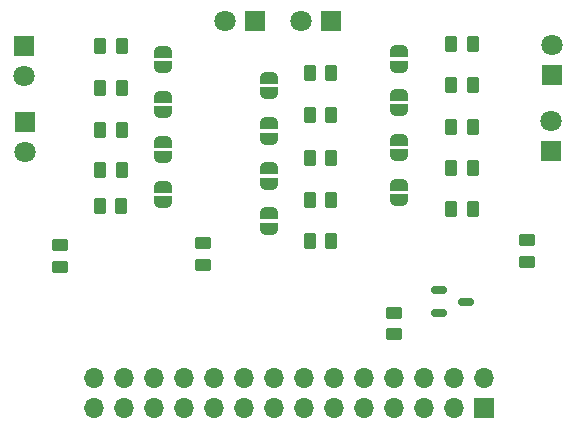
<source format=gbr>
%TF.GenerationSoftware,KiCad,Pcbnew,8.0.0*%
%TF.CreationDate,2024-03-23T10:43:56+02:00*%
%TF.ProjectId,Sensing systemV3,53656e73-696e-4672-9073-797374656d56,rev?*%
%TF.SameCoordinates,Original*%
%TF.FileFunction,Soldermask,Top*%
%TF.FilePolarity,Negative*%
%FSLAX46Y46*%
G04 Gerber Fmt 4.6, Leading zero omitted, Abs format (unit mm)*
G04 Created by KiCad (PCBNEW 8.0.0) date 2024-03-23 10:43:56*
%MOMM*%
%LPD*%
G01*
G04 APERTURE LIST*
G04 Aperture macros list*
%AMRoundRect*
0 Rectangle with rounded corners*
0 $1 Rounding radius*
0 $2 $3 $4 $5 $6 $7 $8 $9 X,Y pos of 4 corners*
0 Add a 4 corners polygon primitive as box body*
4,1,4,$2,$3,$4,$5,$6,$7,$8,$9,$2,$3,0*
0 Add four circle primitives for the rounded corners*
1,1,$1+$1,$2,$3*
1,1,$1+$1,$4,$5*
1,1,$1+$1,$6,$7*
1,1,$1+$1,$8,$9*
0 Add four rect primitives between the rounded corners*
20,1,$1+$1,$2,$3,$4,$5,0*
20,1,$1+$1,$4,$5,$6,$7,0*
20,1,$1+$1,$6,$7,$8,$9,0*
20,1,$1+$1,$8,$9,$2,$3,0*%
%AMFreePoly0*
4,1,19,0.000000,0.744911,0.071157,0.744911,0.207708,0.704816,0.327430,0.627875,0.420627,0.520320,0.479746,0.390866,0.500000,0.250000,0.500000,-0.250000,0.479746,-0.390866,0.420627,-0.520320,0.327430,-0.627875,0.207708,-0.704816,0.071157,-0.744911,0.000000,-0.744911,0.000000,-0.750000,-0.500000,-0.750000,-0.500000,0.750000,0.000000,0.750000,0.000000,0.744911,0.000000,0.744911,
$1*%
%AMFreePoly1*
4,1,19,0.500000,-0.750000,0.000000,-0.750000,0.000000,-0.744911,-0.071157,-0.744911,-0.207708,-0.704816,-0.327430,-0.627875,-0.420627,-0.520320,-0.479746,-0.390866,-0.500000,-0.250000,-0.500000,0.250000,-0.479746,0.390866,-0.420627,0.520320,-0.327430,0.627875,-0.207708,0.704816,-0.071157,0.744911,0.000000,0.744911,0.000000,0.750000,0.500000,0.750000,0.500000,-0.750000,0.500000,-0.750000,
$1*%
G04 Aperture macros list end*
%ADD10RoundRect,0.250000X0.262500X0.450000X-0.262500X0.450000X-0.262500X-0.450000X0.262500X-0.450000X0*%
%ADD11RoundRect,0.250000X-0.450000X0.262500X-0.450000X-0.262500X0.450000X-0.262500X0.450000X0.262500X0*%
%ADD12FreePoly0,270.000000*%
%ADD13FreePoly1,270.000000*%
%ADD14RoundRect,0.250000X-0.262500X-0.450000X0.262500X-0.450000X0.262500X0.450000X-0.262500X0.450000X0*%
%ADD15R,1.800000X1.800000*%
%ADD16C,1.800000*%
%ADD17RoundRect,0.150000X-0.512500X-0.150000X0.512500X-0.150000X0.512500X0.150000X-0.512500X0.150000X0*%
%ADD18RoundRect,0.250000X0.450000X-0.262500X0.450000X0.262500X-0.450000X0.262500X-0.450000X-0.262500X0*%
%ADD19R,1.700000X1.700000*%
%ADD20O,1.700000X1.700000*%
G04 APERTURE END LIST*
D10*
%TO.C,R8*%
X67870000Y-83980000D03*
X69695000Y-83980000D03*
%TD*%
D11*
%TO.C,R2*%
X76600000Y-90200000D03*
X76600000Y-92025000D03*
%TD*%
D12*
%TO.C,JP4*%
X73152000Y-86750000D03*
D13*
X73152000Y-85450000D03*
%TD*%
D12*
%TO.C,JP1*%
X73152000Y-75320000D03*
D13*
X73152000Y-74020000D03*
%TD*%
D14*
%TO.C,R16*%
X97574400Y-76803200D03*
X99399400Y-76803200D03*
%TD*%
%TO.C,R14*%
X85600000Y-90050000D03*
X87425000Y-90050000D03*
%TD*%
D13*
%TO.C,JP12*%
X93152900Y-85283200D03*
D12*
X93152900Y-86583200D03*
%TD*%
D11*
%TO.C,R3*%
X103971400Y-89956800D03*
X103971400Y-91781800D03*
%TD*%
D12*
%TO.C,JP2*%
X73152000Y-79130000D03*
D13*
X73152000Y-77830000D03*
%TD*%
D11*
%TO.C,R1*%
X64464200Y-90398600D03*
X64464200Y-92223600D03*
%TD*%
D15*
%TO.C,D2*%
X80935000Y-71374000D03*
D16*
X78395000Y-71374000D03*
%TD*%
D12*
%TO.C,JP3*%
X73152000Y-82940000D03*
D13*
X73152000Y-81640000D03*
%TD*%
%TO.C,JP10*%
X93152900Y-77663200D03*
D12*
X93152900Y-78963200D03*
%TD*%
D15*
%TO.C,D5*%
X87440000Y-71378600D03*
D16*
X84900000Y-71378600D03*
%TD*%
D15*
%TO.C,D6*%
X106070400Y-82438400D03*
D16*
X106070400Y-79898400D03*
%TD*%
D14*
%TO.C,R13*%
X85600000Y-86556000D03*
X87425000Y-86556000D03*
%TD*%
%TO.C,R17*%
X97574400Y-80399200D03*
X99399400Y-80399200D03*
%TD*%
D13*
%TO.C,JP8*%
X82192600Y-87671000D03*
D12*
X82192600Y-88971000D03*
%TD*%
D14*
%TO.C,R10*%
X85600000Y-75825000D03*
X87425000Y-75825000D03*
%TD*%
D13*
%TO.C,JP6*%
X82192600Y-80051000D03*
D12*
X82192600Y-81351000D03*
%TD*%
D14*
%TO.C,R15*%
X97574400Y-73345200D03*
X99399400Y-73345200D03*
%TD*%
D13*
%TO.C,JP5*%
X82192600Y-76211000D03*
D12*
X82192600Y-77511000D03*
%TD*%
D10*
%TO.C,R9*%
X67812000Y-87020000D03*
X69637000Y-87020000D03*
%TD*%
%TO.C,R6*%
X67874000Y-77056000D03*
X69699000Y-77056000D03*
%TD*%
D17*
%TO.C,Q1*%
X96520000Y-94200000D03*
X96520000Y-96100000D03*
X98795000Y-95150000D03*
%TD*%
D15*
%TO.C,D4*%
X61441600Y-73507600D03*
D16*
X61441600Y-76047600D03*
%TD*%
D13*
%TO.C,JP9*%
X93152900Y-73965200D03*
D12*
X93152900Y-75265200D03*
%TD*%
D14*
%TO.C,R18*%
X97574400Y-83857200D03*
X99399400Y-83857200D03*
%TD*%
D13*
%TO.C,JP11*%
X93152900Y-81473200D03*
D12*
X93152900Y-82773200D03*
%TD*%
D14*
%TO.C,R11*%
X85600000Y-79350000D03*
X87425000Y-79350000D03*
%TD*%
%TO.C,R12*%
X85600000Y-83000000D03*
X87425000Y-83000000D03*
%TD*%
D13*
%TO.C,JP7*%
X82192600Y-83861000D03*
D12*
X82192600Y-85161000D03*
%TD*%
D18*
%TO.C,R4*%
X92700000Y-97925000D03*
X92700000Y-96100000D03*
%TD*%
D14*
%TO.C,R19*%
X97574400Y-87315200D03*
X99399400Y-87315200D03*
%TD*%
D10*
%TO.C,R7*%
X67870000Y-80612000D03*
X69695000Y-80612000D03*
%TD*%
%TO.C,R5*%
X67874000Y-73500000D03*
X69699000Y-73500000D03*
%TD*%
D15*
%TO.C,D1*%
X61468000Y-79972000D03*
D16*
X61468000Y-82512000D03*
%TD*%
D15*
%TO.C,D3*%
X106078400Y-75939800D03*
D16*
X106078400Y-73399800D03*
%TD*%
D19*
%TO.C,J1*%
X100330000Y-104140000D03*
D20*
X100330000Y-101600000D03*
X97790000Y-104140000D03*
X97790000Y-101600000D03*
X95250000Y-104140000D03*
X95250000Y-101600000D03*
X92710000Y-104140000D03*
X92710000Y-101600000D03*
X90170000Y-104140000D03*
X90170000Y-101600000D03*
X87630000Y-104140000D03*
X87630000Y-101600000D03*
X85090000Y-104140000D03*
X85090000Y-101600000D03*
X82550000Y-104140000D03*
X82550000Y-101600000D03*
X80010000Y-104140000D03*
X80010000Y-101600000D03*
X77470000Y-104140000D03*
X77470000Y-101600000D03*
X74930000Y-104140000D03*
X74930000Y-101600000D03*
X72390000Y-104140000D03*
X72390000Y-101600000D03*
X69850000Y-104140000D03*
X69850000Y-101600000D03*
X67310000Y-104140000D03*
X67310000Y-101600000D03*
%TD*%
M02*

</source>
